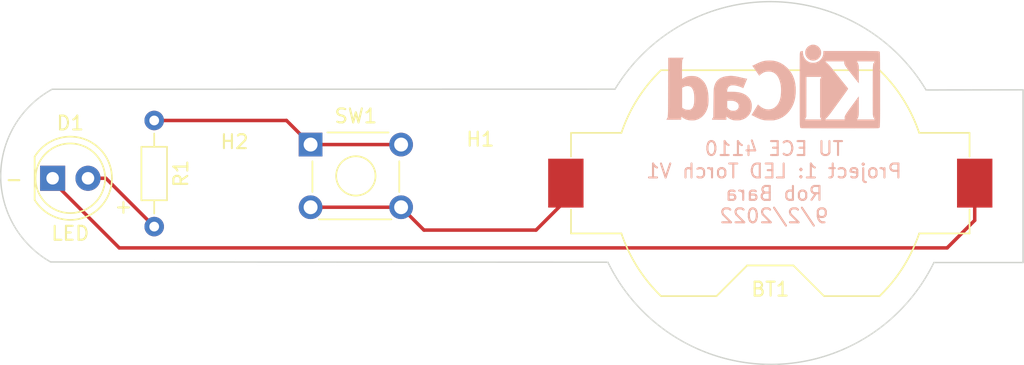
<source format=kicad_pcb>
(kicad_pcb (version 20211014) (generator pcbnew)
  (title_block (title "LED Torch") (date "2022-08-29") (rev "V1") (company "TU ECE4110") (comment 1 "Rob L. Bara"))
  (layers (0 "F.Cu" signal) (31 "B.Cu" signal) (34 "B.Paste" user) (35 "F.Paste" user) (36 "B.SilkS" user "B.Silkscreen") (37 "F.SilkS" user "F.Silkscreen") (38 "B.Mask" user) (39 "F.Mask" user) (44 "Edge.Cuts" user))
  (net 0 "")
  (net 1 "/Batt_+")
  (net 2 "/LED_Cathode")
  (net 3 "/LED_Anode")
  (net 4 "Net-(R1-Pad1)")
  (footprint "MountingHole:MountingHole_2.1mm" (layer "F.Cu") (at 132.23 105.3)
    (fp_text reference "H1" (at 0 -3.2) (layer "F.SilkS"))
    (fp_text value "MountingHole")
    (pad "" np_thru_hole circle (at 0 0) (size 2.1 2.1) (drill 2.1) (layers *.Cu *.Mask))
  )
  (footprint "Battery:BatteryHolder_Keystone_1058_1x2032" (layer "F.Cu") (at 153.05 105.25)
    (fp_text reference "BT1" (at 0 7.62) (layer "F.SilkS"))
    (fp_text value "Battery")
    (fp_line (start -14.31 1.9) (end -14.31 3.61) (layer "F.SilkS") (width 0.12))
    (fp_line (start 14.31 1.9) (end 14.31 3.61) (layer "F.SilkS") (width 0.12))
    (fp_line (start -10.692 3.61) (end -14.31 3.61) (layer "F.SilkS") (width 0.12))
    (fp_line (start 10.692 -3.61) (end 14.31 -3.61) (layer "F.SilkS") (width 0.12))
    (fp_line (start -3.86 8.11) (end -7.8473 8.11) (layer "F.SilkS") (width 0.12))
    (fp_line (start 1.66 5.91) (end -1.66 5.91) (layer "F.SilkS") (width 0.12))
    (fp_line (start -14.31 -3.61) (end -10.692 -3.61) (layer "F.SilkS") (width 0.12))
    (fp_line (start 1.66 5.91) (end 3.86 8.11) (layer "F.SilkS") (width 0.12))
    (fp_line (start -7.8473 -8.11) (end 7.8473 -8.11) (layer "F.SilkS") (width 0.12))
    (fp_line (start 7.8473 8.11) (end 3.86 8.11) (layer "F.SilkS") (width 0.12))
    (fp_line (start 14.31 -1.9) (end 14.31 -3.61) (layer "F.SilkS") (width 0.12))
    (fp_line (start -1.66 5.91) (end -3.86 8.11) (layer "F.SilkS") (width 0.12))
    (fp_line (start 14.31 3.61) (end 10.692 3.61) (layer "F.SilkS") (width 0.12))
    (fp_line (start -14.31 -1.9) (end -14.31 -3.61) (layer "F.SilkS") (width 0.12))
    (fp_arc (start -10.692 -3.61) (mid -9.538084 -6.031244) (end -7.845371 -8.111789) (layer "F.SilkS") (width 0.12))
    (fp_arc (start 7.845371 -8.111789) (mid 9.538085 -6.031244) (end 10.692 -3.61) (layer "F.SilkS") (width 0.12))
    (fp_arc (start 10.692 3.61) (mid 9.538084 6.031244) (end 7.845371 8.111789) (layer "F.SilkS") (width 0.12))
    (fp_arc (start -7.845371 8.111789) (mid -9.538085 6.031244) (end -10.692 3.61) (layer "F.SilkS") (width 0.12))
    (pad "1" smd rect (at -14.68 0) (size 2.54 3.51) (layers "F.Cu" "F.Paste" "F.Mask") (net 1 "/Batt_+"))
    (pad "2" smd rect (at 14.68 0) (size 2.54 3.51) (layers "F.Cu" "F.Paste" "F.Mask") (net 2 "/LED_Cathode"))
  )
  (footprint "Button_Switch_THT:SW_TH_Tactile_Omron_B3F-10xx" (layer "F.Cu") (at 120.04 102.48)
    (fp_text reference "SW1" (at 3.25 -2.05) (layer "F.SilkS"))
    (fp_text value "SW_DPST_x2")
    (fp_line (start 0.6 5.37) (end 5.8 5.37) (layer "F.SilkS") (width 0.12))
    (fp_line (start 0.13 3.4) (end 0.13 1.2) (layer "F.SilkS") (width 0.12))
    (fp_line (start 1.2 -0.87) (end 5.6 -0.87) (layer "F.SilkS") (width 0.12))
    (fp_line (start 6.37 1.2) (end 6.37 3.4) (layer "F.SilkS") (width 0.12))
    (fp_circle (center 3.25 2.25) (end 4.25 3.25) (layer "F.SilkS") (width 0.12) (fill none))
    (pad "1" thru_hole rect (at 0 0) (size 1.7 1.7) (drill 1) (layers *.Cu *.Mask) (net 4 "Net-(R1-Pad1)"))
    (pad "1" thru_hole circle (at 6.5 0) (size 1.7 1.7) (drill 1) (layers *.Cu *.Mask) (net 4 "Net-(R1-Pad1)"))
    (pad "2" thru_hole circle (at 0 4.5) (size 1.7 1.7) (drill 1) (layers *.Cu *.Mask) (net 1 "/Batt_+"))
    (pad "2" thru_hole circle (at 6.5 4.5) (size 1.7 1.7) (drill 1) (layers *.Cu *.Mask) (net 1 "/Batt_+"))
  )
  (footprint "Resistor_THT:R_Axial_DIN0204_L3.6mm_D1.6mm_P7.62mm_Horizontal" (layer "F.Cu") (at 108.81 100.75 -90)
    (fp_text reference "R1" (at 3.81 -1.92 90) (layer "F.SilkS"))
    (fp_text value "10k")
    (fp_line (start 5.73 0.92) (end 5.73 -0.92) (layer "F.SilkS") (width 0.12))
    (fp_line (start 6.68 0) (end 5.73 0) (layer "F.SilkS") (width 0.12))
    (fp_line (start 1.89 -0.92) (end 1.89 0.92) (layer "F.SilkS") (width 0.12))
    (fp_line (start 5.73 -0.92) (end 1.89 -0.92) (layer "F.SilkS") (width 0.12))
    (fp_line (start 1.89 0.92) (end 5.73 0.92) (layer "F.SilkS") (width 0.12))
    (fp_line (start 0.94 0) (end 1.89 0) (layer "F.SilkS") (width 0.12))
    (pad "1" thru_hole circle (at 0 0 270) (size 1.4 1.4) (drill 0.7) (layers *.Cu *.Mask) (net 4 "Net-(R1-Pad1)"))
    (pad "2" thru_hole oval (at 7.62 0 270) (size 1.4 1.4) (drill 0.7) (layers *.Cu *.Mask) (net 3 "/LED_Anode"))
  )
  (footprint "MountingHole:MountingHole_2.1mm" (layer "F.Cu") (at 114.58 105.48)
    (fp_text reference "H2" (at 0 -3.2) (layer "F.SilkS"))
    (fp_text value "MountingHole")
    (pad "" np_thru_hole circle (at 0 0) (size 2.1 2.1) (drill 2.1) (layers *.Cu *.Mask))
  )
  (footprint "LED_THT:LED_D5.0mm" (layer "F.Cu") (at 101.515 104.9)
    (fp_text reference "D1" (at 1.27 -3.96) (layer "F.SilkS"))
    (fp_text value "LED" (at 1.27 3.96) (layer "F.SilkS"))
    (fp_line (start -1.29 -1.545) (end -1.29 1.545) (layer "F.SilkS") (width 0.12))
    (fp_arc (start 4.26 -0.000462) (mid 2.072002 2.880433) (end -1.29 1.54483) (layer "F.SilkS") (width 0.12))
    (fp_arc (start -1.29 -1.54483) (mid 2.072002 -2.880433) (end 4.26 0.000462) (layer "F.SilkS") (width 0.12))
    (fp_circle (center 1.27 0) (end 3.77 0) (layer "F.SilkS") (width 0.12) (fill none))
    (pad "1" thru_hole rect (at 0 0) (size 1.8 1.8) (drill 0.9) (layers *.Cu *.Mask) (net 2 "/LED_Cathode"))
    (pad "2" thru_hole circle (at 2.54 0) (size 1.8 1.8) (drill 0.9) (layers *.Cu *.Mask) (net 3 "/LED_Anode"))
  )
  (footprint "Symbol:KiCad-Logo_6mm_SilkScreen" (layer "B.Cu") (at 153.27 98.29 180)
    (fp_text reference "REF**" hide)
    (fp_text value "KiCad-Logo_6mm_SilkScreen" hide)
    (fp_poly (pts (xy -5.955743 2.526311) (xy -5.69122 2.526275) (xy -5.568088 2.52627) (xy -3.597189 2.52627) (xy -3.597189 2.41009) (xy -3.584789 2.268709) (xy -3.547364 2.138316) (xy -3.484577 2.018138) (xy -3.396094 1.907398) (xy -3.366157 1.877489) (xy -3.258466 1.792652) (xy -3.139725 1.730779) (xy -3.01346 1.691841) (xy -2.883197 1.67581) (xy -2.752465 1.682658) (xy -2.624788 1.712357) (xy -2.503695 1.76488) (xy -2.392712 1.840197) (xy -2.342868 1.885637) (xy -2.249983 1.997048) (xy -2.181873 2.119565) (xy -2.139129 2.251785) (xy -2.122347 2.392308) (xy -2.122124 2.406133) (xy -2.121244 2.526266) (xy -2.068443 2.526268) (xy -2.021604 2.519911) (xy -1.978817 2.504444) (xy -1.975989 2.502846) (xy -1.966325 2.497832) (xy -1.957451 2.493927) (xy -1.949335 2.489993) (xy -1.941943 2.484894) (xy -1.935245 2.477492) (xy -1.929208 2.466649) (xy -1.923801 2.451228) (xy -1.91899 2.430091) (xy -1.914745 2.402101) (xy -1.911032 2.366121) (xy -1.907821 2.321013) (xy -1.905078 2.26564) (xy -1.902772 2.198863) (xy -1.900871 2.119547) (xy -1.899342 2.026553) (xy -1.898154 1.918743) (xy -1.897274 1.794981) (xy -1.89667 1.654129) (xy -1.896311 1.49505) (xy -1.896165 1.316605) (xy -1.896198 1.117658) (xy -1.89638 0.897071) (xy -1.896677 0.653707) (xy -1.897059 0.386428) (xy -1.897492 0.094097) (xy -1.897945 -0.224424) (xy -1.897998 -0.26323) (xy -1.898404 -0.583782) (xy -1.898749 -0.878012) (xy -1.899069 -1.147056) (xy -1.8994 -1.392052) (xy -1.899779 -1.614137) (xy -1.900243 -1.814447) (xy -1.900828 -1.994119) (xy -1.90157 -2.15429) (xy -1.902506 -2.296098) (xy -1.903673 -2.420679) (xy -1.905107 -2.52917) (xy -1.906844 -2.622707) (xy -1.908922 -2.702429) (xy -1.911376 -2.769472) (xy -1.914244 -2.824973) (xy -1.917561 -2.870068) (xy -1.921364 -2.905895) (xy -1.92569 -2.933591) (xy -1.930575 -2.954293) (xy -1.936055 -2.969137) (xy -1.942168 -2.97926) (xy -1.94895 -2.9858) (xy -1.956437 -2.989893) (xy -1.964666 -2.992676) (xy -1.973673 -2.995287) (xy -1.983495 -2.998862) (xy -1.985894 -2.99995) (xy -1.993435 -3.002396) (xy -2.006056 -3.004642) (xy -2.024859 -3.006698) (xy -2.050947 -3.008572) (xy -2.085422 -3.010271) (xy -2.129385 -3.011803) (xy -2.183939 -3.013177) (xy -2.250185 -3.0144) (xy -2.329226 -3.015481) (xy -2.422163 -3.016427) (xy -2.530099 -3.017247) (xy -2.654136 -3.017947) (xy -2.795376 -3.018538) (xy -2.954921 -3.019025) (xy -3.133872 -3.019419) (xy -3.333332 -3.019725) (xy -3.554404 -3.019953) (xy -3.798188 -3.02011) (xy -4.065787 -3.020205) (xy -4.358303 -3.020245) (xy -4.676839 -3.020238) (xy -4.780021 -3.020228) (xy -5.105623 -3.020176) (xy -5.404881 -3.020091) (xy -5.678909 -3.019963) (xy -5.928824 -3.019785) (xy -6.15574 -3.019548) (xy -6.360773 -3.019242) (xy -6.545038 -3.01886) (xy -6.70965 -3.018392) (xy -6.855725 -3.01783) (xy -6.984376 -3.017165) (xy -7.096721 -3.016388) (xy -7.193874 -3.015491) (xy -7.27695 -3.014465) (xy -7.347064 -3.013301) (xy -7.405332 -3.011991) (xy -7.452869 -3.010525) (xy -7.49079 -3.008896) (xy -7.52021 -3.007093) (xy -7.542245 -3.00511) (xy -7.55801 -3.002936) (xy -7.56862 -3.000563) (xy -7.574404 -2.998391) (xy -7.584684 -2.994056) (xy -7.594122 -2.990859) (xy -7.602755 -2.987665) (xy -7.610619 -2.983338) (xy -7.617748 -2.976744) (xy -7.624179 -2.966747) (xy -7.629947 -2.952212) (xy -7.635089 -2.932003) (xy -7.63964 -2.904985) (xy -7.643635 -2.870023) (xy -7.647111 -2.825981) (xy -7.650102 -2.771724) (xy -7.652646 -2.706117) (xy -7.654777 -2.628024) (xy -7.656532 -2.53631) (xy -7.657945 -2.42984) (xy -7.658315 -2.388973) (xy -7.291884 -2.388973) (xy -5.996734 -2.388973) (xy -6.021655 -2.351217) (xy -6.046447 -2.312417) (xy -6.06744 -2.275469) (xy -6.084935 -2.237788) (xy -6.09923 -2.196788) (xy -6.110623 -2.149883) (xy -6.119413 -2.094487) (xy -6.125898 -2.028016) (xy -6.130377 -1.947883) (xy -6.13315 -1.851502) (xy -6.134513 -1.736289) (xy -6.134767 -1.599657) (xy -6.134209 -1.43902) (xy -6.133893 -1.379382) (xy -6.130325 -0.740041) (xy -5.725298 -1.291449) (xy -5.610554 -1.447876) (xy -5.511143 -1.584088) (xy -5.42599 -1.70189) (xy -5.354022 -1.803084) (xy -5.294166 -1.889477) (xy -5.245348 -1.962874) (xy -5.206495 -2.025077) (xy -5.176534 -2.077893) (xy -5.154391 -2.123125) (xy -5.138993 -2.162578) (xy -5.129266 -2.198058) (xy -5.124137 -2.231368) (xy -5.122532 -2.264313) (xy -5.123379 -2.298697) (xy -5.123595 -2.303019) (xy -5.128054 -2.389031) (xy -3.708692 -2.388973) (xy -3.814265 -2.282522) (xy -3.842913 -2.253406) (xy -3.87009 -2.225076) (xy -3.896989 -2.195968) (xy -3.924803 -2.16452) (xy -3.954725 -2.129169) (xy -3.987946 -2.088354) (xy -4.025661 -2.040511) (xy -4.06906 -1.984079) (xy -4.119338 -1.917494) (xy -4.177688 -1.839195) (xy -4.2453 -1.747619) (xy -4.323369 -1.641204) (xy -4.413088 -1.518387) (xy -4.515648 -1.377605) (xy -4.632242 -1.217297) (xy -4.727809 -1.085798) (xy -4.847749 -0.920596) (xy -4.95238 -0.776152) (xy -5.042648 -0.651094) (xy -5.119503 -0.544052) (xy -5.183891 -0.453654) (xy -5.236761 -0.378529) (xy -5.27906 -0.317304) (xy -5.311736 -0.26861) (xy -5.335738 -0.231074) (xy -5.352013 -0.203325) (xy -5.361508 -0.183992) (xy -5.365173 -0.171703) (xy -5.364071 -0.165242) (xy -5.350724 -0.148048) (xy -5.321866 -0.111655) (xy -5.27924 -0.058224) (xy -5.224585 0.010081) (xy -5.159644 0.091097) (xy -5.086158 0.18266) (xy -5.005868 0.282608) (xy -4.920515 0.388776) (xy -4.83184 0.499003) (xy -4.741586 0.611124) (xy -4.691944 0.672756) (xy -3.459373 0.672756) (xy -3.408146 0.580081) (xy -3.356919 0.487405) (xy -3.356919 -2.203622) (xy -3.408146 -2.296298) (xy -3.459373 -2.388973) (xy -2.853396 -2.388973) (xy -2.708734 -2.388931) (xy -2.589244 -2.388741) (xy -2.492642 -2.388308) (xy -2.416642 -2.387536) (xy -2.358957 -2.38633) (xy -2.317301 -2.384594) (xy -2.289389 -2.382232) (xy -2.272935 -2.37915) (xy -2.265652 -2.375251) (xy -2.265255 -2.37044) (xy -2.269458 -2.364622) (xy -2.269501 -2.364574) (xy -2.286813 -2.339532) (xy -2.309736 -2.298815) (xy -2.329981 -2.258168) (xy -2.368379 -2.176162) (xy -2.376211 0.672756) (xy -3.459373 0.672756) (xy -4.691944 0.672756) (xy -4.651493 0.722976) (xy -4.563302 0.832396) (xy -4.478754 0.937222) (xy -4.399592 1.035289) (xy -4.327556 1.124434) (xy -4.264387 1.202495) (xy -4.211827 1.267308) (xy -4.171617 1.31671) (xy -4.148 1.345513) (xy -4.05629 1.453222) (xy -3.96806 1.55042) (xy -3.886403 1.633924) (xy -3.81441 1.700552) (xy -3.763319 1.741401) (xy -3.702907 1.784865) (xy -5.092298 1.784865) (xy -5.091908 1.703334) (xy -5.095791 1.643394) (xy -5.11039 1.587823) (xy -5.132988 1.535145) (xy -5.147678 1.505385) (xy -5.163472 1.475897) (xy -5.181814 1.444724) (xy -5.204145 1.409907) (xy -5.231909 1.36949) (xy -5.266549 1.321514) (xy -5.309507 1.264022) (xy -5.362227 1.195057) (xy -5.426151 1.112661) (xy -5.502721 1.014876) (xy -5.593381 0.899745) (xy -5.699574 0.76531) (xy -5.711568 0.750141) (xy -6.130325 0.220588) (xy -6.134378 0.807078) (xy -6.135195 0.982749) (xy -6.135021 1.131468) (xy -6.133849 1.253725) (xy -6.131669 1.350011) (xy -6.128474 1.420817) (xy -6.124256 1.466631) (xy -6.122838 1.475321) (xy -6.100591 1.566865) (xy -6.071443 1.649392) (xy -6.038182 1.715747) (xy -6.0182 1.74389) (xy -5.983722 1.784865) (xy -6.637914 1.784865) (xy -6.793969 1.784731) (xy -6.924467 1.784297) (xy -7.03131 1.783511) (xy -7.116398 1.782324) (xy -7.181635 1.780683) (xy -7.228921 1.778539) (xy -7.260157 1.775841) (xy -7.277246 1.772538) (xy -7.282088 1.768579) (xy -7.281753 1.767702) (xy -7.267885 1.746769) (xy -7.244732 1.713588) (xy -7.232754 1.696807) (xy -7.220369 1.68006) (xy -7.209237 1.665085) (xy -7.199288 1.650406) (xy -7.190451 1.634551) (xy -7.182657 1.616045) (xy -7.175835 1.593415) (xy -7.169916 1.565187) (xy -7.164829 1.529887) (xy -7.160504 1.486042) (xy -7.156871 1.432178) (xy -7.15386 1.36682) (xy -7.151401 1.288496) (xy -7.149423 1.195732) (xy -7.147858 1.087053) (xy -7.146634 0.960987) (xy -7.145681 0.816058) (xy -7.14493 0.650794) (xy -7.144311 0.463721) (xy -7.143752 0.253365) (xy -7.143185 0.018252) (xy -7.142655 -0.197741) (xy -7.142155 -0.438535) (xy -7.141895 -0.668274) (xy -7.141868 -0.885493) (xy -7.142067 -1.088722) (xy -7.142486 -1.276496) (xy -7.143118 -1.447345) (xy -7.143956 -1.599803) (xy -7.144992 -1.732403) (xy -7.14622 -1.843676) (xy -7.147633 -1.932156) (xy -7.149225 -1.996375) (xy -7.150987 -2.034865) (xy -7.151321 -2.038933) (xy -7.163466 -2.132248) (xy -7.182427 -2.20719) (xy -7.211302 -2.272594) (xy -7.25319 -2.337293) (xy -7.258429 -2.344352) (xy -7.291884 -2.388973) (xy -7.658315 -2.388973) (xy -7.659054 -2.307479) (xy -7.659893 -2.16809) (xy -7.660498 -2.010539) (xy -7.660905 -1.833691) (xy -7.66115 -1.63641) (xy -7.661267 -1.41756) (xy -7.661295 -1.176007) (xy -7.661267 -0.910615) (xy -7.66122 -0.620249) (xy -7.66119 -0.303773) (xy -7.661189 -0.240946) (xy -7.661172 0.078863) (xy -7.661112 0.372339) (xy -7.661002 0.64061) (xy -7.660833 0.884802) (xy -7.660597 1.106043) (xy -7.660284 1.30546) (xy -7.659885 1.48418) (xy -7.659393 1.643329) (xy -7.658797 1.784034) (xy -7.65809 1.907424) (xy -7.657263 2.014624) (xy -7.656307 2.106762) (xy -7.655213 2.184965) (xy -7.653973 2.250359) (xy -7.652578 2.304072) (xy -7.651018 2.347231) (xy -7.649286 2.380963) (xy -7.647372 2.406395) (xy -7.645268 2.424653) (xy -7.642966 2.436866) (xy -7.640455 2.444159) (xy -7.640363 2.444341) (xy -7.635192 2.455482) (xy -7.630885 2.465569) (xy -7.626121 2.474654) (xy -7.619578 2.482788) (xy -7.609935 2.490024) (xy -7.595871 2.496414) (xy -7.576063 2.502011) (xy -7.549191 2.506867) (xy -7.513933 2.511034) (xy -7.468968 2.514564) (xy -7.412974 2.517509) (xy -7.344629 2.519923) (xy -7.262614 2.521856) (xy -7.165605 2.523362) (xy -7.052282 2.524492) (xy -6.921323 2.525298) (xy -6.771407 2.525834) (xy -6.601213 2.526151) (xy -6.409418 2.526301) (xy -6.194702 2.526337) (xy -5.955743 2.526311)) (layer "B.SilkS") (width 0.01) (fill solid))
    (fp_poly (pts (xy 3.167505 0.735771) (xy 3.235531 0.730622) (xy 3.430163 0.704727) (xy 3.602529 0.663425) (xy 3.75347 0.606147) (xy 3.883825 0.532326) (xy 3.994434 0.441392) (xy 4.086135 0.332778) (xy 4.15977 0.205915) (xy 4.213539 0.068648) (xy 4.227187 0.024863) (xy 4.239073 -0.016141) (xy 4.249334 -0.056569) (xy 4.258113 -0.09863) (xy 4.265548 -0.144531) (xy 4.27178 -0.19648) (xy 4.27695 -0.256685) (xy 4.281196 -0.327352) (xy 4.28466 -0.410689) (xy 4.287481 -0.508905) (xy 4.2898 -0.624205) (xy 4.291757 -0.758799) (xy 4.293491 -0.914893) (xy 4.295143 -1.094695) (xy 4.296324 -1.235676) (xy 4.30427 -2.203622) (xy 4.355756 -2.29677) (xy 4.380137 -2.341645) (xy 4.39828 -2.376501) (xy 4.406935 -2.395054) (xy 4.407243 -2.396311) (xy 4.394014 -2.397749) (xy 4.356326 -2.399074) (xy 4.297183 -2.400249) (xy 4.219586 -2.401237) (xy 4.126536 -2.401999) (xy 4.021035 -2.4025) (xy 3.906084 -2.402701) (xy 3.892378 -2.402703) (xy 3.377513 -2.402703) (xy 3.377513 -2.286) (xy 3.376635 -2.23326) (xy 3.374292 -2.192926) (xy 3.370921 -2.1713) (xy 3.369431 -2.169298) (xy 3.355804 -2.177683) (xy 3.327757 -2.199692) (xy 3.291303 -2.230601) (xy 3.290485 -2.231316) (xy 3.223962 -2.280843) (xy 3.139948 -2.330575) (xy 3.047937 -2.375626) (xy 2.957421 -2.41111) (xy 2.917567 -2.423236) (xy 2.838255 -2.438637) (xy 2.740935 -2.448465) (xy 2.634516 -2.45258) (xy 2.527907 -2.450841) (xy 2.430017 -2.443108) (xy 2.361513 -2.431981) (xy 2.19352 -2.382648) (xy 2.042281 -2.312342) (xy 1.908782 -2.221933) (xy 1.794006 -2.112295) (xy 1.698937 -1.984299) (xy 1.62456 -1.838818) (xy 1.592474 -1.750541) (xy 1.572365 -1.664739) (xy 1.559038 -1.561736) (xy 1.552872 -1.451034) (xy 1.553074 -1.434925) (xy 2.481648 -1.434925) (xy 2.489348 -1.517184) (xy 2.514989 -1.585546) (xy 2.562378 -1.64897) (xy 2.580579 -1.667567) (xy 2.645282 -1.717846) (xy 2.720066 -1.750056) (xy 2.809662 -1.765648) (xy 2.904012 -1.766796) (xy 2.993501 -1.759216) (xy 3.062018 -1.744389) (xy 3.091775 -1.733253) (xy 3.145408 -1.702904) (xy 3.202235 -1.660221) (xy 3.254082 -1.612317) (xy 3.292778 -1.566301) (xy 3.303054 -1.549421) (xy 3.311042 -1.525782) (xy 3.316721 -1.488168) (xy 3.320356 -1.432985) (xy 3.322211 -1.35664) (xy 3.322594 -1.283981) (xy 3.322335 -1.19927) (xy 3.321287 -1.138018) (xy 3.319045 -1.096227) (xy 3.315206 -1.069899) (xy 3.309365 -1.055035) (xy 3.301118 -1.047639) (xy 3.298567 -1.046461) (xy 3.2764 -1.042833) (xy 3.23268 -1.039866) (xy 3.173311 -1.037827) (xy 3.104196 -1.036983) (xy 3.089189 -1.036982) (xy 2.996805 -1.038457) (xy 2.925432 -1.042842) (xy 2.868719 -1.050738) (xy 2.821872 -1.06227) (xy 2.705669 -1.106215) (xy 2.614543 -1.160243) (xy 2.547705 -1.225219) (xy 2.504365 -1.302005) (xy 2.483734 -1.391467) (xy 2.481648 -1.434925) (xy 1.553074 -1.434925) (xy 1.554244 -1.342133) (xy 1.563532 -1.244536) (xy 1.570777 -1.205105) (xy 1.617039 -1.058701) (xy 1.687384 -0.923995) (xy 1.780484 -0.80228) (xy 1.895012 -0.694847) (xy 2.02964 -0.602988) (xy 2.18304 -0.527996) (xy 2.313459 -0.482458) (xy 2.400623 -0.458533) (xy 2.483996 -0.439943) (xy 2.568976 -0.426084) (xy 2.660965 -0.416351) (xy 2.765362 -0.410141) (xy 2.887568 -0.406851) (xy 2.998055 -0.405924) (xy 3.325677 -0.405027) (xy 3.319401 -0.306547) (xy 3.301579 -0.199695) (xy 3.263667 -0.107852) (xy 3.20728 -0.03331) (xy 3.134031 0.021636) (xy 3.069535 0.048448) (xy 2.977123 0.065346) (xy 2.867111 0.067773) (xy 2.744656 0.056622) (xy 2.614914 0.03279) (xy 2.483042 -0.00283) (xy 2.354198 -0.049343) (xy 2.260566 -0.091883) (xy 2.215517 -0.113728) (xy 2.181156 -0.128984) (xy 2.163681 -0.134937) (xy 2.162733 -0.134746) (xy 2.156703 -0.121412) (xy 2.141645 -0.086068) (xy 2.118977 -0.032101) (xy 2.090115 0.037104) (xy 2.056477 0.11816) (xy 2.022284 0.200882) (xy 1.885586 0.532197) (xy 1.98282 0.548167) (xy 2.024964 0.55618) (xy 2.088319 0.569639) (xy 2.167457 0.587321) (xy 2.256951 0.608004) (xy 2.351373 0.630468) (xy 2.388973 0.639597) (xy 2.551637 0.677326) (xy 2.69405 0.705612) (xy 2.821527 0.725028) (xy 2.939384 0.736146) (xy 3.052938 0.739536) (xy 3.167505 0.735771)) (layer "B.SilkS") (width 0.01) (fill solid))
    (fp_poly (pts (xy -2.726079 2.96351) (xy -2.622973 2.927762) (xy -2.526978 2.871493) (xy -2.441247 2.794712) (xy -2.36893 2.697427) (xy -2.336445 2.636108) (xy -2.308332 2.55034) (xy -2.294705 2.451323) (xy -2.296214 2.349529) (xy -2.312969 2.257286) (xy -2.358763 2.144568) (xy -2.425168 2.046793) (xy -2.508809 1.965885) (xy -2.606312 1.903768) (xy -2.7143 1.862366) (xy -2.829399 1.843603) (xy -2.948234 1.849402) (xy -3.006811 1.861794) (xy -3.120972 1.906203) (xy -3.222365 1.973967) (xy -3.308545 2.062999) (xy -3.377066 2.171209) (xy -3.382864 2.183027) (xy -3.402904 2.227372) (xy -3.415487 2.26472) (xy -3.422319 2.30412) (xy -3.425105 2.354619) (xy -3.425568 2.409567) (xy -3.424803 2.475585) (xy -3.421352 2.523311) (xy -3.413477 2.561897) (xy -3.399443 2.600494) (xy -3.38212 2.638574) (xy -3.317505 2.746672) (xy -3.237934 2.834197) (xy -3.14656 2.901159) (xy -3.046536 2.947564) (xy -2.941012 2.973419) (xy -2.833142 2.978732) (xy -2.726079 2.96351)) (layer "B.SilkS") (width 0.01) (fill solid))
    (fp_poly (pts (xy 6.84227 2.043175) (xy 6.959041 2.042696) (xy 6.998729 2.042455) (xy 7.544486 2.038865) (xy 7.551351 -0.054919) (xy 7.552258 -0.338842) (xy 7.553062 -0.59664) (xy 7.553815 -0.829646) (xy 7.554569 -1.039194) (xy 7.555375 -1.226618) (xy 7.556285 -1.39325) (xy 7.557351 -1.540425) (xy 7.558624 -1.669477) (xy 7.560156 -1.781739) (xy 7.561998 -1.878544) (xy 7.564203 -1.961226) (xy 7.566822 -2.031119) (xy 7.569906 -2.089557) (xy 7.573508 -2.137872) (xy 7.577678 -2.1774) (xy 7.582469 -2.209473) (xy 7.587931 -2.235424) (xy 7.594118 -2.256589) (xy 7.60108 -2.274299) (xy 7.608869 -2.289889) (xy 7.617537 -2.304693) (xy 7.627135 -2.320044) (xy 7.637715 -2.337276) (xy 7.639884 -2.340946) (xy 7.676268 -2.403031) (xy 7.150431 -2.399434) (xy 6.624594 -2.395838) (xy 6.617729 -2.280331) (xy 6.613992 -2.224899) (xy 6.610097 -2.192851) (xy 6.604811 -2.180135) (xy 6.596903 -2.182696) (xy 6.59027 -2.190024) (xy 6.561374 -2.216714) (xy 6.514279 -2.251021) (xy 6.45562 -2.288846) (xy 6.392031 -2.32609) (xy 6.330149 -2.358653) (xy 6.282634 -2.380077) (xy 6.171316 -2.415283) (xy 6.043596 -2.440222) (xy 5.908901 -2.453941) (xy 5.776663 -2.455486) (xy 5.656308 -2.443906) (xy 5.654326 -2.443574) (xy 5.489641 -2.40225) (xy 5.335479 -2.336412) (xy 5.193328 -2.247474) (xy 5.064675 -2.136852) (xy 4.951007 -2.005961) (xy 4.85381 -1.856216) (xy 4.774572 -1.689033) (xy 4.73143 -1.56519) (xy 4.702979 -1.461581) (xy 4.68188 -1.361252) (xy 4.667488 -1.258109) (xy 4.659158 -1.146057) (xy 4.656245 -1.019001) (xy 4.657535 -0.915252) (xy 5.67065 -0.915252) (xy 5.675444 -1.089222) (xy 5.690568 -1.238895) (xy 5.716485 -1.365597) (xy 5.753663 -1.470658) (xy 5.802565 -1.555406) (xy 5.863658 -1.621169) (xy 5.934177 -1.667659) (xy 5.970871 -1.685014) (xy 6.002696 -1.695419) (xy 6.038177 -1.700179) (xy 6.085841 -1.700601) (xy 6.137189 -1.698748) (xy 6.238169 -1.689841) (xy 6.318035 -1.672398) (xy 6.343135 -1.663661) (xy 6.400448 -1.637857) (xy 6.460897 -1.605453) (xy 6.487297 -1.589233) (xy 6.555946 -1.544205) (xy 6.555946 -0.116982) (xy 6.480432 -0.071718) (xy 6.375121 -0.020572) (xy 6.267525 0.009676) (xy 6.161581 0.019205) (xy 6.061224 0.008193) (xy 5.970387 -0.023181) (xy 5.893007 -0.07474) (xy 5.868039 -0.099488) (xy 5.807856 -0.180577) (xy 5.759145 -0.278734) (xy 5.721499 -0.395643) (xy 5.694512 -0.532985) (xy 5.677775 -0.692444) (xy 5.670883 -0.8757) (xy 5.67065 -0.915252) (xy 4.657535 -0.915252) (xy 4.658073 -0.872067) (xy 4.669647 -0.646053) (xy 4.69292 -0.442192) (xy 4.728504 -0.257513) (xy 4.777013 -0.089048) (xy 4.83906 0.066174) (xy 4.861201 0.112192) (xy 4.950385 0.262261) (xy 5.058159 0.395623) (xy 5.18199 0.510123) (xy 5.319342 0.603611) (xy 5.467683 0.673932) (xy 5.556604 0.70294) (xy 5.643933 0.72016) (xy 5.749011 0.730406) (xy 5.863029 0.733682) (xy 5.977177 0.729991) (xy 6.082648 0.71934) (xy 6.167334 0.70263) (xy 6.268128 0.66986) (xy 6.365822 0.627721) (xy 6.451296 0.580481) (xy 6.496789 0.548419) (xy 6.528169 0.524578) (xy 6.550142 0.510061) (xy 6.555141 0.508) (xy 6.55669 0.521282) (xy 6.558135 0.559337) (xy 6.559443 0.619481) (xy 6.560583 0.699027) (xy 6.561521 0.795289) (xy 6.562226 0.905581) (xy 6.562667 1.027219) (xy 6.562811 1.151115) (xy 6.56273 1.309804) (xy 6.562335 1.443592) (xy 6.561395 1.55504) (xy 6.55968 1.646705) (xy 6.556957 1.721147) (xy 6.552997 1.780925) (xy 6.547569 1.828598) (xy 6.540441 1.866726) (xy 6.531384 1.897866) (xy 6.520167 1.924579) (xy 6.506558 1.949423) (xy 6.490328 1.974957) (xy 6.48824 1.978119) (xy 6.467306 2.01119) (xy 6.454667 2.033931) (xy 6.452973 2.038728) (xy 6.466216 2.040241) (xy 6.504002 2.041472) (xy 6.563416 2.042401) (xy 6.641542 2.043008) (xy 6.735465 2.043273) (xy 6.84227 2.043175)) (layer "B.SilkS") (width 0.01) (fill solid))
    (fp_poly (pts (xy 0.439962 1.839501) (xy 0.588014 1.823293) (xy 0.731452 1.794282) (xy 0.87611 1.750955) (xy 1.027824 1.691799) (xy 1.192428 1.6153) (xy 1.222071 1.600483) (xy 1.290098 1.566969) (xy 1.354256 1.536792) (xy 1.408215 1.512834) (xy 1.44564 1.497976) (xy 1.451389 1.496105) (xy 1.506486 1.479598) (xy 1.259851 1.120799) (xy 1.199552 1.033107) (xy 1.144422 0.952988) (xy 1.096336 0.883164) (xy 1.057168 0.826353) (xy 1.028794 0.785277) (xy 1.013087 0.762654) (xy 1.010536 0.759072) (xy 1.000171 0.766562) (xy 0.97466 0.789082) (xy 0.938563 0.822539) (xy 0.918642 0.84145) (xy 0.805773 0.931222) (xy 0.679014 0.999439) (xy 0.569783 1.036805) (xy 0.504214 1.04854) (xy 0.422116 1.055692) (xy 0.333144 1.058126) (xy 0.246956 1.055712) (xy 0.173205 1.048317) (xy 0.143776 1.042653) (xy 0.011133 0.997018) (xy -0.108394 0.927337) (xy -0.214717 0.83374) (xy -0.307747 0.716351) (xy -0.387395 0.5753) (xy -0.453574 0.410714) (xy -0.506194 0.22272) (xy -0.537467 0.061783) (xy -0.545626 -0.009263) (xy -0.551185 -0.101046) (xy -0.554198 -0.206968) (xy -0.554719 -0.320434) (xy -0.5528 -0.434849) (xy -0.548497 -0.543617) (xy -0.541863 -0.640143) (xy -0.532951 -0.717831) (xy -0.531021 -0.729817) (xy -0.488501 -0.922892) (xy -0.430567 -1.093773) (xy -0.356867 -1.243224) (xy -0.267049 -1.372011) (xy -0.203293 -1.441639) (xy -0.088714 -1.536173) (xy 0.036942 -1.606246) (xy 0.171557 -1.651477) (xy 0.313011 -1.671484) (xy 0.459183 -1.665885) (xy 0.607955 -1.6343) (xy 0.695911 -1.603394) (xy 0.817629 -1.541506) (xy 0.94308 -1.452729) (xy 1.013353 -1.392694) (xy 1.052811 -1.357947) (xy 1.083812 -1.332454) (xy 1.101458 -1.32017) (xy 1.103648 -1.319795) (xy 1.111524 -1.332347) (xy 1.131932 -1.365516) (xy 1.163132 -1.416458) (xy 1.203386 -1.482331) (xy 1.250957 -1.560289) (xy 1.304104 -1.64749) (xy 1.333687 -1.696067) (xy 1.559648 -2.067215) (xy 1.277527 -2.206639) (xy 1.175522 -2.256719) (xy 1.092889 -2.29621) (xy 1.024578 -2.327073) (xy 0.965537 -2.351268) (xy 0.910714 -2.370758) (xy 0.85506 -2.387503) (xy 0.793523 -2.403465) (xy 0.73454 -2.417482) (xy 0.682115 -2.428329) (xy 0.627288 -2.436526) (xy 0.564572 -2.442528) (xy 0.488477 -2.44679) (xy 0.393516 -2.449767) (xy 0.329513 -2.451052) (xy 0.238192 -2.45193) (xy 0.150627 -2.451487) (xy 0.072612 -2.449852) (xy 0.009942 -2.447149) (xy -0.031587 -2.443505) (xy -0.034048 -2.443142) (xy -0.249697 -2.396487) (xy -0.452207 -2.325729) (xy -0.641505 -2.230914) (xy -0.817521 -2.112089) (xy -0.980184 -1.9693) (xy -1.129422 -1.802594) (xy -1.237504 -1.654433) (xy -1.352566 -1.460502) (xy -1.445577 -1.255699) (xy -1.516987 -1.038383) (xy -1.567244 -0.806912) (xy -1.596799 -0.559643) (xy -1.606111 -0.308559) (xy -1.598452 -0.06567) (xy -1.574387 0.15843) (xy -1.533148 0.367523) (xy -1.473973 0.565387) (xy -1.396096 0.755804) (xy -1.386797 0.775532) (xy -1.284352 0.959941) (xy -1.158528 1.135424) (xy -1.012888 1.29835) (xy -0.850999 1.445086) (xy -0.676424 1.571999) (xy -0.513756 1.665095) (xy -0.349427 1.738009) (xy -0.184749 1.790826) (xy -0.013348 1.824985) (xy 0.171153 1.841922) (xy 0.281459 1.84442) (xy 0.439962 1.839501)) (layer "B.SilkS") (width 0.01) (fill solid))
  )
  (gr_arc (start 164.8 110.95) (mid 153.087032 118.264601) (end 141.388665 110.926673) (layer "Edge.Cuts") (width 0.1))
  (gr_line (start 164.8 110.95) (end 171.2 110.95) (layer "Edge.Cuts") (width 0.1))
  (gr_line (start 171.2 98.55) (end 164.23536 98.558758) (layer "Edge.Cuts") (width 0.1))
  (gr_line (start 171.2 110.95) (end 171.2 98.55) (layer "Edge.Cuts") (width 0.1))
  (gr_arc (start 141.9 98.5) (mid 153.084289 92.216051) (end 164.23536 98.558758) (layer "Edge.Cuts") (width 0.1))
  (gr_line (start 141.9 98.5) (end 101.48359 98.506569) (layer "Edge.Cuts") (width 0.1))
  (gr_line (start 101.37 110.909999) (end 141.388665 110.926673) (layer "Edge.Cuts") (width 0.1))
  (gr_arc (start 101.37 110.909999) (mid 97.786828 104.674949) (end 101.48359 98.506569) (layer "Edge.Cuts") (width 0.1))
  (gr_text "TU ECE 4110\nProject 1: LED Torch V1\nRob Bara\n9/2/2022" (at 153.32 105.19) (layer "B.SilkS") (effects (font (size 1 1)) (justify mirror)))
  (gr_text "+" (at 106.6 106.92) (layer "F.SilkS") (effects (font (size 1 1))))
  (gr_text "-" (at 98.74 104.96) (layer "F.SilkS") (effects (font (size 1 1))))
  (segment (start 120.04 106.98) (end 126.54 106.98) (width 0.25) (layer "F.Cu") (net 1))
  (segment (start 126.54 106.98) (end 128.18 108.62) (width 0.25) (layer "F.Cu") (net 1))
  (segment (start 138.37 106.48) (end 138.37 105.25) (width 0.25) (layer "F.Cu") (net 1))
  (segment (start 136.23 108.62) (end 138.37 106.48) (width 0.25) (layer "F.Cu") (net 1))
  (segment (start 128.18 108.62) (end 136.23 108.62) (width 0.25) (layer "F.Cu") (net 1))
  (segment (start 165.75 109.9) (end 167.73 107.92) (width 0.25) (layer "F.Cu") (net 2))
  (segment (start 101.515 105.115) (end 106.3 109.9) (width 0.25) (layer "F.Cu") (net 2))
  (segment (start 101.515 104.9) (end 101.515 105.115) (width 0.25) (layer "F.Cu") (net 2))
  (segment (start 106.3 109.9) (end 165.75 109.9) (width 0.25) (layer "F.Cu") (net 2))
  (segment (start 167.73 107.92) (end 167.73 105.25) (width 0.25) (layer "F.Cu") (net 2))
  (segment (start 104.055 104.9) (end 105.34 104.9) (width 0.25) (layer "F.Cu") (net 3))
  (segment (start 105.34 104.9) (end 108.81 108.37) (width 0.25) (layer "F.Cu") (net 3))
  (segment (start 120.04 102.48) (end 126.54 102.48) (width 0.25) (layer "F.Cu") (net 4))
  (segment (start 120.04 102.48) (end 118.31 100.75) (width 0.25) (layer "F.Cu") (net 4))
  (segment (start 118.31 100.75) (end 108.81 100.75) (width 0.25) (layer "F.Cu") (net 4))
)
</source>
